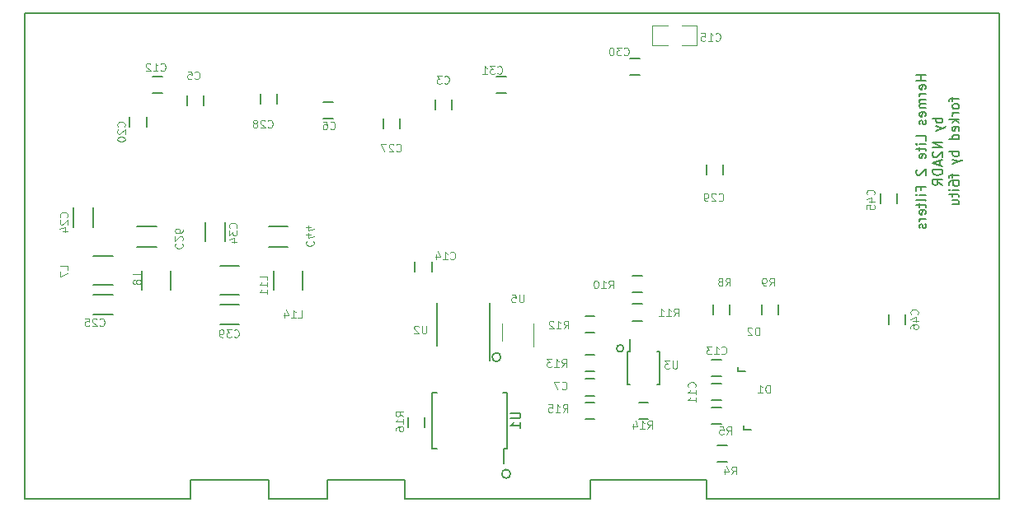
<source format=gbr>
G04 #@! TF.GenerationSoftware,KiCad,Pcbnew,(5.0.2)-1*
G04 #@! TF.CreationDate,2019-04-19T06:38:29+02:00*
G04 #@! TF.ProjectId,n2adr,6e326164-722e-46b6-9963-61645f706362,E5b8*
G04 #@! TF.SameCoordinates,PX3dfd240PY3473bc0*
G04 #@! TF.FileFunction,Legend,Bot*
G04 #@! TF.FilePolarity,Positive*
%FSLAX46Y46*%
G04 Gerber Fmt 4.6, Leading zero omitted, Abs format (unit mm)*
G04 Created by KiCad (PCBNEW (5.0.2)-1) date 19/04/2019 06:38:29*
%MOMM*%
%LPD*%
G01*
G04 APERTURE LIST*
%ADD10C,0.150000*%
%ADD11C,0.200000*%
%ADD12C,0.120000*%
%ADD13C,0.100000*%
G04 APERTURE END LIST*
D10*
X39000000Y-50000000D02*
X58000000Y-50000000D01*
X39000000Y-48000000D02*
X39000000Y-50000000D01*
X31000000Y-48000000D02*
X39000000Y-48000000D01*
X31000000Y-50000000D02*
X31000000Y-48000000D01*
X25000000Y-50000000D02*
X31000000Y-50000000D01*
X25000000Y-48000000D02*
X25000000Y-50000000D01*
X17000000Y-48000000D02*
X25000000Y-48000000D01*
X17000000Y-50000000D02*
X17000000Y-48000000D01*
X0Y-50000000D02*
X17000000Y-50000000D01*
X58000000Y-48000000D02*
X58000000Y-50000000D01*
X70000000Y-48000000D02*
X58000000Y-48000000D01*
X70000000Y-50000000D02*
X70000000Y-48000000D01*
X100000000Y-50000000D02*
X70000000Y-50000000D01*
D11*
X92502380Y-6392857D02*
X91502380Y-6392857D01*
X91978571Y-6392857D02*
X91978571Y-6964285D01*
X92502380Y-6964285D02*
X91502380Y-6964285D01*
X92454761Y-7821428D02*
X92502380Y-7726190D01*
X92502380Y-7535714D01*
X92454761Y-7440476D01*
X92359523Y-7392857D01*
X91978571Y-7392857D01*
X91883333Y-7440476D01*
X91835714Y-7535714D01*
X91835714Y-7726190D01*
X91883333Y-7821428D01*
X91978571Y-7869047D01*
X92073809Y-7869047D01*
X92169047Y-7392857D01*
X92502380Y-8297619D02*
X91835714Y-8297619D01*
X92026190Y-8297619D02*
X91930952Y-8345238D01*
X91883333Y-8392857D01*
X91835714Y-8488095D01*
X91835714Y-8583333D01*
X92502380Y-8916666D02*
X91835714Y-8916666D01*
X91930952Y-8916666D02*
X91883333Y-8964285D01*
X91835714Y-9059523D01*
X91835714Y-9202380D01*
X91883333Y-9297619D01*
X91978571Y-9345238D01*
X92502380Y-9345238D01*
X91978571Y-9345238D02*
X91883333Y-9392857D01*
X91835714Y-9488095D01*
X91835714Y-9630952D01*
X91883333Y-9726190D01*
X91978571Y-9773809D01*
X92502380Y-9773809D01*
X92454761Y-10630952D02*
X92502380Y-10535714D01*
X92502380Y-10345238D01*
X92454761Y-10250000D01*
X92359523Y-10202380D01*
X91978571Y-10202380D01*
X91883333Y-10250000D01*
X91835714Y-10345238D01*
X91835714Y-10535714D01*
X91883333Y-10630952D01*
X91978571Y-10678571D01*
X92073809Y-10678571D01*
X92169047Y-10202380D01*
X92454761Y-11059523D02*
X92502380Y-11154761D01*
X92502380Y-11345238D01*
X92454761Y-11440476D01*
X92359523Y-11488095D01*
X92311904Y-11488095D01*
X92216666Y-11440476D01*
X92169047Y-11345238D01*
X92169047Y-11202380D01*
X92121428Y-11107142D01*
X92026190Y-11059523D01*
X91978571Y-11059523D01*
X91883333Y-11107142D01*
X91835714Y-11202380D01*
X91835714Y-11345238D01*
X91883333Y-11440476D01*
X92502380Y-13154761D02*
X92502380Y-12678571D01*
X91502380Y-12678571D01*
X92502380Y-13488095D02*
X91835714Y-13488095D01*
X91502380Y-13488095D02*
X91550000Y-13440476D01*
X91597619Y-13488095D01*
X91550000Y-13535714D01*
X91502380Y-13488095D01*
X91597619Y-13488095D01*
X91835714Y-13821428D02*
X91835714Y-14202380D01*
X91502380Y-13964285D02*
X92359523Y-13964285D01*
X92454761Y-14011904D01*
X92502380Y-14107142D01*
X92502380Y-14202380D01*
X92454761Y-14916666D02*
X92502380Y-14821428D01*
X92502380Y-14630952D01*
X92454761Y-14535714D01*
X92359523Y-14488095D01*
X91978571Y-14488095D01*
X91883333Y-14535714D01*
X91835714Y-14630952D01*
X91835714Y-14821428D01*
X91883333Y-14916666D01*
X91978571Y-14964285D01*
X92073809Y-14964285D01*
X92169047Y-14488095D01*
X91597619Y-16107142D02*
X91550000Y-16154761D01*
X91502380Y-16250000D01*
X91502380Y-16488095D01*
X91550000Y-16583333D01*
X91597619Y-16630952D01*
X91692857Y-16678571D01*
X91788095Y-16678571D01*
X91930952Y-16630952D01*
X92502380Y-16059523D01*
X92502380Y-16678571D01*
X91978571Y-18202380D02*
X91978571Y-17869047D01*
X92502380Y-17869047D02*
X91502380Y-17869047D01*
X91502380Y-18345238D01*
X92502380Y-18726190D02*
X91835714Y-18726190D01*
X91502380Y-18726190D02*
X91550000Y-18678571D01*
X91597619Y-18726190D01*
X91550000Y-18773809D01*
X91502380Y-18726190D01*
X91597619Y-18726190D01*
X92502380Y-19345238D02*
X92454761Y-19250000D01*
X92359523Y-19202380D01*
X91502380Y-19202380D01*
X91835714Y-19583333D02*
X91835714Y-19964285D01*
X91502380Y-19726190D02*
X92359523Y-19726190D01*
X92454761Y-19773809D01*
X92502380Y-19869047D01*
X92502380Y-19964285D01*
X92454761Y-20678571D02*
X92502380Y-20583333D01*
X92502380Y-20392857D01*
X92454761Y-20297619D01*
X92359523Y-20250000D01*
X91978571Y-20250000D01*
X91883333Y-20297619D01*
X91835714Y-20392857D01*
X91835714Y-20583333D01*
X91883333Y-20678571D01*
X91978571Y-20726190D01*
X92073809Y-20726190D01*
X92169047Y-20250000D01*
X92502380Y-21154761D02*
X91835714Y-21154761D01*
X92026190Y-21154761D02*
X91930952Y-21202380D01*
X91883333Y-21250000D01*
X91835714Y-21345238D01*
X91835714Y-21440476D01*
X92454761Y-21726190D02*
X92502380Y-21821428D01*
X92502380Y-22011904D01*
X92454761Y-22107142D01*
X92359523Y-22154761D01*
X92311904Y-22154761D01*
X92216666Y-22107142D01*
X92169047Y-22011904D01*
X92169047Y-21869047D01*
X92121428Y-21773809D01*
X92026190Y-21726190D01*
X91978571Y-21726190D01*
X91883333Y-21773809D01*
X91835714Y-21869047D01*
X91835714Y-22011904D01*
X91883333Y-22107142D01*
X94202380Y-10845238D02*
X93202380Y-10845238D01*
X93583333Y-10845238D02*
X93535714Y-10940476D01*
X93535714Y-11130952D01*
X93583333Y-11226190D01*
X93630952Y-11273809D01*
X93726190Y-11321428D01*
X94011904Y-11321428D01*
X94107142Y-11273809D01*
X94154761Y-11226190D01*
X94202380Y-11130952D01*
X94202380Y-10940476D01*
X94154761Y-10845238D01*
X93535714Y-11654761D02*
X94202380Y-11892857D01*
X93535714Y-12130952D02*
X94202380Y-11892857D01*
X94440476Y-11797619D01*
X94488095Y-11750000D01*
X94535714Y-11654761D01*
X94202380Y-13273809D02*
X93202380Y-13273809D01*
X94202380Y-13845238D01*
X93202380Y-13845238D01*
X93297619Y-14273809D02*
X93250000Y-14321428D01*
X93202380Y-14416666D01*
X93202380Y-14654761D01*
X93250000Y-14750000D01*
X93297619Y-14797619D01*
X93392857Y-14845238D01*
X93488095Y-14845238D01*
X93630952Y-14797619D01*
X94202380Y-14226190D01*
X94202380Y-14845238D01*
X93916666Y-15226190D02*
X93916666Y-15702380D01*
X94202380Y-15130952D02*
X93202380Y-15464285D01*
X94202380Y-15797619D01*
X94202380Y-16130952D02*
X93202380Y-16130952D01*
X93202380Y-16369047D01*
X93250000Y-16511904D01*
X93345238Y-16607142D01*
X93440476Y-16654761D01*
X93630952Y-16702380D01*
X93773809Y-16702380D01*
X93964285Y-16654761D01*
X94059523Y-16607142D01*
X94154761Y-16511904D01*
X94202380Y-16369047D01*
X94202380Y-16130952D01*
X94202380Y-17702380D02*
X93726190Y-17369047D01*
X94202380Y-17130952D02*
X93202380Y-17130952D01*
X93202380Y-17511904D01*
X93250000Y-17607142D01*
X93297619Y-17654761D01*
X93392857Y-17702380D01*
X93535714Y-17702380D01*
X93630952Y-17654761D01*
X93678571Y-17607142D01*
X93726190Y-17511904D01*
X93726190Y-17130952D01*
X95235714Y-8678571D02*
X95235714Y-9059523D01*
X95902380Y-8821428D02*
X95045238Y-8821428D01*
X94950000Y-8869047D01*
X94902380Y-8964285D01*
X94902380Y-9059523D01*
X95902380Y-9535714D02*
X95854761Y-9440476D01*
X95807142Y-9392857D01*
X95711904Y-9345238D01*
X95426190Y-9345238D01*
X95330952Y-9392857D01*
X95283333Y-9440476D01*
X95235714Y-9535714D01*
X95235714Y-9678571D01*
X95283333Y-9773809D01*
X95330952Y-9821428D01*
X95426190Y-9869047D01*
X95711904Y-9869047D01*
X95807142Y-9821428D01*
X95854761Y-9773809D01*
X95902380Y-9678571D01*
X95902380Y-9535714D01*
X95902380Y-10297619D02*
X95235714Y-10297619D01*
X95426190Y-10297619D02*
X95330952Y-10345238D01*
X95283333Y-10392857D01*
X95235714Y-10488095D01*
X95235714Y-10583333D01*
X95902380Y-10916666D02*
X94902380Y-10916666D01*
X95521428Y-11011904D02*
X95902380Y-11297619D01*
X95235714Y-11297619D02*
X95616666Y-10916666D01*
X95854761Y-12107142D02*
X95902380Y-12011904D01*
X95902380Y-11821428D01*
X95854761Y-11726190D01*
X95759523Y-11678571D01*
X95378571Y-11678571D01*
X95283333Y-11726190D01*
X95235714Y-11821428D01*
X95235714Y-12011904D01*
X95283333Y-12107142D01*
X95378571Y-12154761D01*
X95473809Y-12154761D01*
X95569047Y-11678571D01*
X95902380Y-13011904D02*
X94902380Y-13011904D01*
X95854761Y-13011904D02*
X95902380Y-12916666D01*
X95902380Y-12726190D01*
X95854761Y-12630952D01*
X95807142Y-12583333D01*
X95711904Y-12535714D01*
X95426190Y-12535714D01*
X95330952Y-12583333D01*
X95283333Y-12630952D01*
X95235714Y-12726190D01*
X95235714Y-12916666D01*
X95283333Y-13011904D01*
X95902380Y-14250000D02*
X94902380Y-14250000D01*
X95283333Y-14250000D02*
X95235714Y-14345238D01*
X95235714Y-14535714D01*
X95283333Y-14630952D01*
X95330952Y-14678571D01*
X95426190Y-14726190D01*
X95711904Y-14726190D01*
X95807142Y-14678571D01*
X95854761Y-14630952D01*
X95902380Y-14535714D01*
X95902380Y-14345238D01*
X95854761Y-14250000D01*
X95235714Y-15059523D02*
X95902380Y-15297619D01*
X95235714Y-15535714D02*
X95902380Y-15297619D01*
X96140476Y-15202380D01*
X96188095Y-15154761D01*
X96235714Y-15059523D01*
X95235714Y-16535714D02*
X95235714Y-16916666D01*
X95902380Y-16678571D02*
X95045238Y-16678571D01*
X94950000Y-16726190D01*
X94902380Y-16821428D01*
X94902380Y-16916666D01*
X94902380Y-17678571D02*
X94902380Y-17488095D01*
X94950000Y-17392857D01*
X94997619Y-17345238D01*
X95140476Y-17250000D01*
X95330952Y-17202380D01*
X95711904Y-17202380D01*
X95807142Y-17250000D01*
X95854761Y-17297619D01*
X95902380Y-17392857D01*
X95902380Y-17583333D01*
X95854761Y-17678571D01*
X95807142Y-17726190D01*
X95711904Y-17773809D01*
X95473809Y-17773809D01*
X95378571Y-17726190D01*
X95330952Y-17678571D01*
X95283333Y-17583333D01*
X95283333Y-17392857D01*
X95330952Y-17297619D01*
X95378571Y-17250000D01*
X95473809Y-17202380D01*
X95902380Y-18202380D02*
X95235714Y-18202380D01*
X94902380Y-18202380D02*
X94950000Y-18154761D01*
X94997619Y-18202380D01*
X94950000Y-18250000D01*
X94902380Y-18202380D01*
X94997619Y-18202380D01*
X95235714Y-18535714D02*
X95235714Y-18916666D01*
X94902380Y-18678571D02*
X95759523Y-18678571D01*
X95854761Y-18726190D01*
X95902380Y-18821428D01*
X95902380Y-18916666D01*
X95235714Y-19678571D02*
X95902380Y-19678571D01*
X95235714Y-19250000D02*
X95759523Y-19250000D01*
X95854761Y-19297619D01*
X95902380Y-19392857D01*
X95902380Y-19535714D01*
X95854761Y-19630952D01*
X95807142Y-19678571D01*
X48847214Y-35400000D02*
G75*
G03X48847214Y-35400000I-447214J0D01*
G01*
X49847214Y-47400000D02*
G75*
G03X49847214Y-47400000I-447214J0D01*
G01*
X61460555Y-34500000D02*
G75*
G03X61460555Y-34500000I-360555J0D01*
G01*
D10*
X0Y-50000000D02*
X0Y0D01*
X100000000Y0D02*
X100000000Y-50000000D01*
X0Y0D02*
X100000000Y0D01*
G04 #@! TO.C,U2*
X42275000Y-34200000D02*
X42275000Y-29800000D01*
X47725000Y-35775000D02*
X47725000Y-29800000D01*
G04 #@! TO.C,C44*
X27000000Y-24025000D02*
X25000000Y-24025000D01*
X25000000Y-21975000D02*
X27000000Y-21975000D01*
G04 #@! TO.C,C3*
X42150000Y-9900000D02*
X42150000Y-8900000D01*
X43850000Y-8900000D02*
X43850000Y-9900000D01*
G04 #@! TO.C,C5*
X16650000Y-9500000D02*
X16650000Y-8500000D01*
X18350000Y-8500000D02*
X18350000Y-9500000D01*
G04 #@! TO.C,C6*
X30600000Y-9150000D02*
X31600000Y-9150000D01*
X31600000Y-10850000D02*
X30600000Y-10850000D01*
G04 #@! TO.C,C11*
X70500000Y-38150000D02*
X71500000Y-38150000D01*
X71500000Y-39850000D02*
X70500000Y-39850000D01*
G04 #@! TO.C,C13*
X70500000Y-35650000D02*
X71500000Y-35650000D01*
X71500000Y-37350000D02*
X70500000Y-37350000D01*
G04 #@! TO.C,C14*
X40050000Y-26600000D02*
X40050000Y-25600000D01*
X41750000Y-25600000D02*
X41750000Y-26600000D01*
G04 #@! TO.C,R5*
X71500000Y-42250000D02*
X70500000Y-42250000D01*
X70500000Y-40550000D02*
X71500000Y-40550000D01*
G04 #@! TO.C,R8*
X70650000Y-31000000D02*
X70650000Y-30000000D01*
X72350000Y-30000000D02*
X72350000Y-31000000D01*
G04 #@! TO.C,C24*
X4975000Y-22000000D02*
X4975000Y-20000000D01*
X7025000Y-20000000D02*
X7025000Y-22000000D01*
G04 #@! TO.C,C25*
X9000000Y-31025000D02*
X7000000Y-31025000D01*
X7000000Y-28975000D02*
X9000000Y-28975000D01*
G04 #@! TO.C,C26*
X13500000Y-24025000D02*
X11500000Y-24025000D01*
X11500000Y-21975000D02*
X13500000Y-21975000D01*
G04 #@! TO.C,L7*
X9000000Y-27975000D02*
X7000000Y-27975000D01*
X7000000Y-25025000D02*
X9000000Y-25025000D01*
G04 #@! TO.C,L8*
X14975000Y-26500000D02*
X14975000Y-28500000D01*
X12025000Y-28500000D02*
X12025000Y-26500000D01*
G04 #@! TO.C,C27*
X38450000Y-10900000D02*
X38450000Y-11900000D01*
X36750000Y-11900000D02*
X36750000Y-10900000D01*
G04 #@! TO.C,C28*
X25850000Y-8300000D02*
X25850000Y-9300000D01*
X24150000Y-9300000D02*
X24150000Y-8300000D01*
G04 #@! TO.C,C29*
X71650000Y-15600000D02*
X71650000Y-16600000D01*
X69950000Y-16600000D02*
X69950000Y-15600000D01*
G04 #@! TO.C,C30*
X62100000Y-4650000D02*
X63100000Y-4650000D01*
X63100000Y-6350000D02*
X62100000Y-6350000D01*
G04 #@! TO.C,C31*
X48400000Y-6550000D02*
X49400000Y-6550000D01*
X49400000Y-8250000D02*
X48400000Y-8250000D01*
G04 #@! TO.C,C34*
X18475000Y-23500000D02*
X18475000Y-21500000D01*
X20525000Y-21500000D02*
X20525000Y-23500000D01*
G04 #@! TO.C,C39*
X22000000Y-32025000D02*
X20000000Y-32025000D01*
X20000000Y-29975000D02*
X22000000Y-29975000D01*
G04 #@! TO.C,L11*
X22000000Y-28975000D02*
X20000000Y-28975000D01*
X20000000Y-26025000D02*
X22000000Y-26025000D01*
G04 #@! TO.C,L14*
X28475000Y-26500000D02*
X28475000Y-28500000D01*
X25525000Y-28500000D02*
X25525000Y-26500000D01*
G04 #@! TO.C,C20*
X12450000Y-10700000D02*
X12450000Y-11700000D01*
X10750000Y-11700000D02*
X10750000Y-10700000D01*
G04 #@! TO.C,D1*
X74530280Y-42841500D02*
X73821620Y-42841500D01*
X73821620Y-42841500D02*
X73821620Y-42440180D01*
G04 #@! TO.C,D2*
X73930280Y-36841500D02*
X73221620Y-36841500D01*
X73221620Y-36841500D02*
X73221620Y-36440180D01*
G04 #@! TO.C,R4*
X72100000Y-46150000D02*
X71100000Y-46150000D01*
X71100000Y-44450000D02*
X72100000Y-44450000D01*
G04 #@! TO.C,R9*
X77350000Y-30000000D02*
X77350000Y-31000000D01*
X75650000Y-31000000D02*
X75650000Y-30000000D01*
G04 #@! TO.C,R10*
X63400000Y-28750000D02*
X62400000Y-28750000D01*
X62400000Y-27050000D02*
X63400000Y-27050000D01*
G04 #@! TO.C,R11*
X62400000Y-29950000D02*
X63400000Y-29950000D01*
X63400000Y-31650000D02*
X62400000Y-31650000D01*
G04 #@! TO.C,R12*
X57500000Y-31150000D02*
X58500000Y-31150000D01*
X58500000Y-32850000D02*
X57500000Y-32850000D01*
G04 #@! TO.C,R13*
X58500000Y-36850000D02*
X57500000Y-36850000D01*
X57500000Y-35150000D02*
X58500000Y-35150000D01*
G04 #@! TO.C,R14*
X63000000Y-40050000D02*
X64000000Y-40050000D01*
X64000000Y-41750000D02*
X63000000Y-41750000D01*
G04 #@! TO.C,R15*
X57500000Y-40050000D02*
X58500000Y-40050000D01*
X58500000Y-41750000D02*
X57500000Y-41750000D01*
G04 #@! TO.C,U3*
X61825000Y-34825000D02*
X62075000Y-34825000D01*
X61825000Y-38175000D02*
X62075000Y-38175000D01*
X65175000Y-38175000D02*
X64925000Y-38175000D01*
X65175000Y-34825000D02*
X64925000Y-34825000D01*
X61825000Y-34825000D02*
X61825000Y-38175000D01*
X65175000Y-34825000D02*
X65175000Y-38175000D01*
X62075000Y-34825000D02*
X62075000Y-33575000D01*
G04 #@! TO.C,C45*
X87850000Y-19600000D02*
X87850000Y-18600000D01*
X89550000Y-18600000D02*
X89550000Y-19600000D01*
G04 #@! TO.C,C46*
X90350000Y-31000000D02*
X90350000Y-32000000D01*
X88650000Y-32000000D02*
X88650000Y-31000000D01*
G04 #@! TO.C,C7*
X58500000Y-39350000D02*
X57500000Y-39350000D01*
X57500000Y-37650000D02*
X58500000Y-37650000D01*
D12*
G04 #@! TO.C,U5*
X48990000Y-33700000D02*
X48990000Y-31900000D01*
X52210000Y-31900000D02*
X52210000Y-34350000D01*
D10*
G04 #@! TO.C,C12*
X13100000Y-6550000D02*
X14100000Y-6550000D01*
X14100000Y-8250000D02*
X13100000Y-8250000D01*
D13*
G04 #@! TO.C,C15*
X66000000Y-3300000D02*
X64400000Y-3300000D01*
X64400000Y-3300000D02*
X64400000Y-1300000D01*
X64400000Y-1300000D02*
X66000000Y-1300000D01*
X67400000Y-1300000D02*
X69000000Y-1300000D01*
X69000000Y-1300000D02*
X69000000Y-3300000D01*
X69000000Y-3300000D02*
X67400000Y-3300000D01*
D10*
G04 #@! TO.C,R16*
X41050000Y-41600000D02*
X41050000Y-42600000D01*
X39350000Y-42600000D02*
X39350000Y-41600000D01*
G04 #@! TO.C,U1*
X49475000Y-44775000D02*
X49125000Y-44775000D01*
X49475000Y-39025000D02*
X49025000Y-39025000D01*
X41825000Y-39025000D02*
X42275000Y-39025000D01*
X41825000Y-44775000D02*
X42275000Y-44775000D01*
X49475000Y-44775000D02*
X49475000Y-39025000D01*
X41825000Y-44775000D02*
X41825000Y-39025000D01*
X49125000Y-44775000D02*
X49125000Y-46375000D01*
G04 #@! TD*
G04 #@! TO.C,U2*
D13*
X41209523Y-32161904D02*
X41209523Y-32809523D01*
X41171428Y-32885714D01*
X41133333Y-32923809D01*
X41057142Y-32961904D01*
X40904761Y-32961904D01*
X40828571Y-32923809D01*
X40790476Y-32885714D01*
X40752380Y-32809523D01*
X40752380Y-32161904D01*
X40409523Y-32238095D02*
X40371428Y-32200000D01*
X40295238Y-32161904D01*
X40104761Y-32161904D01*
X40028571Y-32200000D01*
X39990476Y-32238095D01*
X39952380Y-32314285D01*
X39952380Y-32390476D01*
X39990476Y-32504761D01*
X40447619Y-32961904D01*
X39952380Y-32961904D01*
G04 #@! TO.C,C44*
X28914285Y-23464285D02*
X28876190Y-23502380D01*
X28838095Y-23616666D01*
X28838095Y-23692857D01*
X28876190Y-23807142D01*
X28952380Y-23883333D01*
X29028571Y-23921428D01*
X29180952Y-23959523D01*
X29295238Y-23959523D01*
X29447619Y-23921428D01*
X29523809Y-23883333D01*
X29600000Y-23807142D01*
X29638095Y-23692857D01*
X29638095Y-23616666D01*
X29600000Y-23502380D01*
X29561904Y-23464285D01*
X29371428Y-22778571D02*
X28838095Y-22778571D01*
X29676190Y-22969047D02*
X29104761Y-23159523D01*
X29104761Y-22664285D01*
X29371428Y-22016666D02*
X28838095Y-22016666D01*
X29676190Y-22207142D02*
X29104761Y-22397619D01*
X29104761Y-21902380D01*
G04 #@! TO.C,C3*
X43033333Y-7185714D02*
X43071428Y-7223809D01*
X43185714Y-7261904D01*
X43261904Y-7261904D01*
X43376190Y-7223809D01*
X43452380Y-7147619D01*
X43490476Y-7071428D01*
X43528571Y-6919047D01*
X43528571Y-6804761D01*
X43490476Y-6652380D01*
X43452380Y-6576190D01*
X43376190Y-6500000D01*
X43261904Y-6461904D01*
X43185714Y-6461904D01*
X43071428Y-6500000D01*
X43033333Y-6538095D01*
X42766666Y-6461904D02*
X42271428Y-6461904D01*
X42538095Y-6766666D01*
X42423809Y-6766666D01*
X42347619Y-6804761D01*
X42309523Y-6842857D01*
X42271428Y-6919047D01*
X42271428Y-7109523D01*
X42309523Y-7185714D01*
X42347619Y-7223809D01*
X42423809Y-7261904D01*
X42652380Y-7261904D01*
X42728571Y-7223809D01*
X42766666Y-7185714D01*
G04 #@! TO.C,C5*
X17433333Y-6735714D02*
X17471428Y-6773809D01*
X17585714Y-6811904D01*
X17661904Y-6811904D01*
X17776190Y-6773809D01*
X17852380Y-6697619D01*
X17890476Y-6621428D01*
X17928571Y-6469047D01*
X17928571Y-6354761D01*
X17890476Y-6202380D01*
X17852380Y-6126190D01*
X17776190Y-6050000D01*
X17661904Y-6011904D01*
X17585714Y-6011904D01*
X17471428Y-6050000D01*
X17433333Y-6088095D01*
X16709523Y-6011904D02*
X17090476Y-6011904D01*
X17128571Y-6392857D01*
X17090476Y-6354761D01*
X17014285Y-6316666D01*
X16823809Y-6316666D01*
X16747619Y-6354761D01*
X16709523Y-6392857D01*
X16671428Y-6469047D01*
X16671428Y-6659523D01*
X16709523Y-6735714D01*
X16747619Y-6773809D01*
X16823809Y-6811904D01*
X17014285Y-6811904D01*
X17090476Y-6773809D01*
X17128571Y-6735714D01*
G04 #@! TO.C,C6*
X31333333Y-11885714D02*
X31371428Y-11923809D01*
X31485714Y-11961904D01*
X31561904Y-11961904D01*
X31676190Y-11923809D01*
X31752380Y-11847619D01*
X31790476Y-11771428D01*
X31828571Y-11619047D01*
X31828571Y-11504761D01*
X31790476Y-11352380D01*
X31752380Y-11276190D01*
X31676190Y-11200000D01*
X31561904Y-11161904D01*
X31485714Y-11161904D01*
X31371428Y-11200000D01*
X31333333Y-11238095D01*
X30647619Y-11161904D02*
X30800000Y-11161904D01*
X30876190Y-11200000D01*
X30914285Y-11238095D01*
X30990476Y-11352380D01*
X31028571Y-11504761D01*
X31028571Y-11809523D01*
X30990476Y-11885714D01*
X30952380Y-11923809D01*
X30876190Y-11961904D01*
X30723809Y-11961904D01*
X30647619Y-11923809D01*
X30609523Y-11885714D01*
X30571428Y-11809523D01*
X30571428Y-11619047D01*
X30609523Y-11542857D01*
X30647619Y-11504761D01*
X30723809Y-11466666D01*
X30876190Y-11466666D01*
X30952380Y-11504761D01*
X30990476Y-11542857D01*
X31028571Y-11619047D01*
G04 #@! TO.C,C11*
X68785714Y-38485714D02*
X68823809Y-38447619D01*
X68861904Y-38333333D01*
X68861904Y-38257142D01*
X68823809Y-38142857D01*
X68747619Y-38066666D01*
X68671428Y-38028571D01*
X68519047Y-37990476D01*
X68404761Y-37990476D01*
X68252380Y-38028571D01*
X68176190Y-38066666D01*
X68100000Y-38142857D01*
X68061904Y-38257142D01*
X68061904Y-38333333D01*
X68100000Y-38447619D01*
X68138095Y-38485714D01*
X68861904Y-39247619D02*
X68861904Y-38790476D01*
X68861904Y-39019047D02*
X68061904Y-39019047D01*
X68176190Y-38942857D01*
X68252380Y-38866666D01*
X68290476Y-38790476D01*
X68861904Y-40009523D02*
X68861904Y-39552380D01*
X68861904Y-39780952D02*
X68061904Y-39780952D01*
X68176190Y-39704761D01*
X68252380Y-39628571D01*
X68290476Y-39552380D01*
G04 #@! TO.C,C13*
X71514285Y-35035714D02*
X71552380Y-35073809D01*
X71666666Y-35111904D01*
X71742857Y-35111904D01*
X71857142Y-35073809D01*
X71933333Y-34997619D01*
X71971428Y-34921428D01*
X72009523Y-34769047D01*
X72009523Y-34654761D01*
X71971428Y-34502380D01*
X71933333Y-34426190D01*
X71857142Y-34350000D01*
X71742857Y-34311904D01*
X71666666Y-34311904D01*
X71552380Y-34350000D01*
X71514285Y-34388095D01*
X70752380Y-35111904D02*
X71209523Y-35111904D01*
X70980952Y-35111904D02*
X70980952Y-34311904D01*
X71057142Y-34426190D01*
X71133333Y-34502380D01*
X71209523Y-34540476D01*
X70485714Y-34311904D02*
X69990476Y-34311904D01*
X70257142Y-34616666D01*
X70142857Y-34616666D01*
X70066666Y-34654761D01*
X70028571Y-34692857D01*
X69990476Y-34769047D01*
X69990476Y-34959523D01*
X70028571Y-35035714D01*
X70066666Y-35073809D01*
X70142857Y-35111904D01*
X70371428Y-35111904D01*
X70447619Y-35073809D01*
X70485714Y-35035714D01*
G04 #@! TO.C,C14*
X43664285Y-25285714D02*
X43702380Y-25323809D01*
X43816666Y-25361904D01*
X43892857Y-25361904D01*
X44007142Y-25323809D01*
X44083333Y-25247619D01*
X44121428Y-25171428D01*
X44159523Y-25019047D01*
X44159523Y-24904761D01*
X44121428Y-24752380D01*
X44083333Y-24676190D01*
X44007142Y-24600000D01*
X43892857Y-24561904D01*
X43816666Y-24561904D01*
X43702380Y-24600000D01*
X43664285Y-24638095D01*
X42902380Y-25361904D02*
X43359523Y-25361904D01*
X43130952Y-25361904D02*
X43130952Y-24561904D01*
X43207142Y-24676190D01*
X43283333Y-24752380D01*
X43359523Y-24790476D01*
X42216666Y-24828571D02*
X42216666Y-25361904D01*
X42407142Y-24523809D02*
X42597619Y-25095238D01*
X42102380Y-25095238D01*
G04 #@! TO.C,R5*
X72033333Y-43361904D02*
X72300000Y-42980952D01*
X72490476Y-43361904D02*
X72490476Y-42561904D01*
X72185714Y-42561904D01*
X72109523Y-42600000D01*
X72071428Y-42638095D01*
X72033333Y-42714285D01*
X72033333Y-42828571D01*
X72071428Y-42904761D01*
X72109523Y-42942857D01*
X72185714Y-42980952D01*
X72490476Y-42980952D01*
X71309523Y-42561904D02*
X71690476Y-42561904D01*
X71728571Y-42942857D01*
X71690476Y-42904761D01*
X71614285Y-42866666D01*
X71423809Y-42866666D01*
X71347619Y-42904761D01*
X71309523Y-42942857D01*
X71271428Y-43019047D01*
X71271428Y-43209523D01*
X71309523Y-43285714D01*
X71347619Y-43323809D01*
X71423809Y-43361904D01*
X71614285Y-43361904D01*
X71690476Y-43323809D01*
X71728571Y-43285714D01*
G04 #@! TO.C,R8*
X71933333Y-28061904D02*
X72200000Y-27680952D01*
X72390476Y-28061904D02*
X72390476Y-27261904D01*
X72085714Y-27261904D01*
X72009523Y-27300000D01*
X71971428Y-27338095D01*
X71933333Y-27414285D01*
X71933333Y-27528571D01*
X71971428Y-27604761D01*
X72009523Y-27642857D01*
X72085714Y-27680952D01*
X72390476Y-27680952D01*
X71476190Y-27604761D02*
X71552380Y-27566666D01*
X71590476Y-27528571D01*
X71628571Y-27452380D01*
X71628571Y-27414285D01*
X71590476Y-27338095D01*
X71552380Y-27300000D01*
X71476190Y-27261904D01*
X71323809Y-27261904D01*
X71247619Y-27300000D01*
X71209523Y-27338095D01*
X71171428Y-27414285D01*
X71171428Y-27452380D01*
X71209523Y-27528571D01*
X71247619Y-27566666D01*
X71323809Y-27604761D01*
X71476190Y-27604761D01*
X71552380Y-27642857D01*
X71590476Y-27680952D01*
X71628571Y-27757142D01*
X71628571Y-27909523D01*
X71590476Y-27985714D01*
X71552380Y-28023809D01*
X71476190Y-28061904D01*
X71323809Y-28061904D01*
X71247619Y-28023809D01*
X71209523Y-27985714D01*
X71171428Y-27909523D01*
X71171428Y-27757142D01*
X71209523Y-27680952D01*
X71247619Y-27642857D01*
X71323809Y-27604761D01*
G04 #@! TO.C,C24*
X4285714Y-20985714D02*
X4323809Y-20947619D01*
X4361904Y-20833333D01*
X4361904Y-20757142D01*
X4323809Y-20642857D01*
X4247619Y-20566666D01*
X4171428Y-20528571D01*
X4019047Y-20490476D01*
X3904761Y-20490476D01*
X3752380Y-20528571D01*
X3676190Y-20566666D01*
X3600000Y-20642857D01*
X3561904Y-20757142D01*
X3561904Y-20833333D01*
X3600000Y-20947619D01*
X3638095Y-20985714D01*
X3638095Y-21290476D02*
X3600000Y-21328571D01*
X3561904Y-21404761D01*
X3561904Y-21595238D01*
X3600000Y-21671428D01*
X3638095Y-21709523D01*
X3714285Y-21747619D01*
X3790476Y-21747619D01*
X3904761Y-21709523D01*
X4361904Y-21252380D01*
X4361904Y-21747619D01*
X3828571Y-22433333D02*
X4361904Y-22433333D01*
X3523809Y-22242857D02*
X4095238Y-22052380D01*
X4095238Y-22547619D01*
G04 #@! TO.C,C25*
X7664285Y-32135714D02*
X7702380Y-32173809D01*
X7816666Y-32211904D01*
X7892857Y-32211904D01*
X8007142Y-32173809D01*
X8083333Y-32097619D01*
X8121428Y-32021428D01*
X8159523Y-31869047D01*
X8159523Y-31754761D01*
X8121428Y-31602380D01*
X8083333Y-31526190D01*
X8007142Y-31450000D01*
X7892857Y-31411904D01*
X7816666Y-31411904D01*
X7702380Y-31450000D01*
X7664285Y-31488095D01*
X7359523Y-31488095D02*
X7321428Y-31450000D01*
X7245238Y-31411904D01*
X7054761Y-31411904D01*
X6978571Y-31450000D01*
X6940476Y-31488095D01*
X6902380Y-31564285D01*
X6902380Y-31640476D01*
X6940476Y-31754761D01*
X7397619Y-32211904D01*
X6902380Y-32211904D01*
X6178571Y-31411904D02*
X6559523Y-31411904D01*
X6597619Y-31792857D01*
X6559523Y-31754761D01*
X6483333Y-31716666D01*
X6292857Y-31716666D01*
X6216666Y-31754761D01*
X6178571Y-31792857D01*
X6140476Y-31869047D01*
X6140476Y-32059523D01*
X6178571Y-32135714D01*
X6216666Y-32173809D01*
X6292857Y-32211904D01*
X6483333Y-32211904D01*
X6559523Y-32173809D01*
X6597619Y-32135714D01*
G04 #@! TO.C,C26*
X15464285Y-23714285D02*
X15426190Y-23752380D01*
X15388095Y-23866666D01*
X15388095Y-23942857D01*
X15426190Y-24057142D01*
X15502380Y-24133333D01*
X15578571Y-24171428D01*
X15730952Y-24209523D01*
X15845238Y-24209523D01*
X15997619Y-24171428D01*
X16073809Y-24133333D01*
X16150000Y-24057142D01*
X16188095Y-23942857D01*
X16188095Y-23866666D01*
X16150000Y-23752380D01*
X16111904Y-23714285D01*
X16111904Y-23409523D02*
X16150000Y-23371428D01*
X16188095Y-23295238D01*
X16188095Y-23104761D01*
X16150000Y-23028571D01*
X16111904Y-22990476D01*
X16035714Y-22952380D01*
X15959523Y-22952380D01*
X15845238Y-22990476D01*
X15388095Y-23447619D01*
X15388095Y-22952380D01*
X16188095Y-22266666D02*
X16188095Y-22419047D01*
X16150000Y-22495238D01*
X16111904Y-22533333D01*
X15997619Y-22609523D01*
X15845238Y-22647619D01*
X15540476Y-22647619D01*
X15464285Y-22609523D01*
X15426190Y-22571428D01*
X15388095Y-22495238D01*
X15388095Y-22342857D01*
X15426190Y-22266666D01*
X15464285Y-22228571D01*
X15540476Y-22190476D01*
X15730952Y-22190476D01*
X15807142Y-22228571D01*
X15845238Y-22266666D01*
X15883333Y-22342857D01*
X15883333Y-22495238D01*
X15845238Y-22571428D01*
X15807142Y-22609523D01*
X15730952Y-22647619D01*
G04 #@! TO.C,L7*
X4361904Y-26416666D02*
X4361904Y-26035714D01*
X3561904Y-26035714D01*
X3561904Y-26607142D02*
X3561904Y-27140476D01*
X4361904Y-26797619D01*
G04 #@! TO.C,L8*
X11861904Y-27216666D02*
X11861904Y-26835714D01*
X11061904Y-26835714D01*
X11404761Y-27597619D02*
X11366666Y-27521428D01*
X11328571Y-27483333D01*
X11252380Y-27445238D01*
X11214285Y-27445238D01*
X11138095Y-27483333D01*
X11100000Y-27521428D01*
X11061904Y-27597619D01*
X11061904Y-27750000D01*
X11100000Y-27826190D01*
X11138095Y-27864285D01*
X11214285Y-27902380D01*
X11252380Y-27902380D01*
X11328571Y-27864285D01*
X11366666Y-27826190D01*
X11404761Y-27750000D01*
X11404761Y-27597619D01*
X11442857Y-27521428D01*
X11480952Y-27483333D01*
X11557142Y-27445238D01*
X11709523Y-27445238D01*
X11785714Y-27483333D01*
X11823809Y-27521428D01*
X11861904Y-27597619D01*
X11861904Y-27750000D01*
X11823809Y-27826190D01*
X11785714Y-27864285D01*
X11709523Y-27902380D01*
X11557142Y-27902380D01*
X11480952Y-27864285D01*
X11442857Y-27826190D01*
X11404761Y-27750000D01*
G04 #@! TO.C,C27*
X38114285Y-14185714D02*
X38152380Y-14223809D01*
X38266666Y-14261904D01*
X38342857Y-14261904D01*
X38457142Y-14223809D01*
X38533333Y-14147619D01*
X38571428Y-14071428D01*
X38609523Y-13919047D01*
X38609523Y-13804761D01*
X38571428Y-13652380D01*
X38533333Y-13576190D01*
X38457142Y-13500000D01*
X38342857Y-13461904D01*
X38266666Y-13461904D01*
X38152380Y-13500000D01*
X38114285Y-13538095D01*
X37809523Y-13538095D02*
X37771428Y-13500000D01*
X37695238Y-13461904D01*
X37504761Y-13461904D01*
X37428571Y-13500000D01*
X37390476Y-13538095D01*
X37352380Y-13614285D01*
X37352380Y-13690476D01*
X37390476Y-13804761D01*
X37847619Y-14261904D01*
X37352380Y-14261904D01*
X37085714Y-13461904D02*
X36552380Y-13461904D01*
X36895238Y-14261904D01*
G04 #@! TO.C,C28*
X24914285Y-11735714D02*
X24952380Y-11773809D01*
X25066666Y-11811904D01*
X25142857Y-11811904D01*
X25257142Y-11773809D01*
X25333333Y-11697619D01*
X25371428Y-11621428D01*
X25409523Y-11469047D01*
X25409523Y-11354761D01*
X25371428Y-11202380D01*
X25333333Y-11126190D01*
X25257142Y-11050000D01*
X25142857Y-11011904D01*
X25066666Y-11011904D01*
X24952380Y-11050000D01*
X24914285Y-11088095D01*
X24609523Y-11088095D02*
X24571428Y-11050000D01*
X24495238Y-11011904D01*
X24304761Y-11011904D01*
X24228571Y-11050000D01*
X24190476Y-11088095D01*
X24152380Y-11164285D01*
X24152380Y-11240476D01*
X24190476Y-11354761D01*
X24647619Y-11811904D01*
X24152380Y-11811904D01*
X23695238Y-11354761D02*
X23771428Y-11316666D01*
X23809523Y-11278571D01*
X23847619Y-11202380D01*
X23847619Y-11164285D01*
X23809523Y-11088095D01*
X23771428Y-11050000D01*
X23695238Y-11011904D01*
X23542857Y-11011904D01*
X23466666Y-11050000D01*
X23428571Y-11088095D01*
X23390476Y-11164285D01*
X23390476Y-11202380D01*
X23428571Y-11278571D01*
X23466666Y-11316666D01*
X23542857Y-11354761D01*
X23695238Y-11354761D01*
X23771428Y-11392857D01*
X23809523Y-11430952D01*
X23847619Y-11507142D01*
X23847619Y-11659523D01*
X23809523Y-11735714D01*
X23771428Y-11773809D01*
X23695238Y-11811904D01*
X23542857Y-11811904D01*
X23466666Y-11773809D01*
X23428571Y-11735714D01*
X23390476Y-11659523D01*
X23390476Y-11507142D01*
X23428571Y-11430952D01*
X23466666Y-11392857D01*
X23542857Y-11354761D01*
G04 #@! TO.C,C29*
X71214285Y-19285714D02*
X71252380Y-19323809D01*
X71366666Y-19361904D01*
X71442857Y-19361904D01*
X71557142Y-19323809D01*
X71633333Y-19247619D01*
X71671428Y-19171428D01*
X71709523Y-19019047D01*
X71709523Y-18904761D01*
X71671428Y-18752380D01*
X71633333Y-18676190D01*
X71557142Y-18600000D01*
X71442857Y-18561904D01*
X71366666Y-18561904D01*
X71252380Y-18600000D01*
X71214285Y-18638095D01*
X70909523Y-18638095D02*
X70871428Y-18600000D01*
X70795238Y-18561904D01*
X70604761Y-18561904D01*
X70528571Y-18600000D01*
X70490476Y-18638095D01*
X70452380Y-18714285D01*
X70452380Y-18790476D01*
X70490476Y-18904761D01*
X70947619Y-19361904D01*
X70452380Y-19361904D01*
X70071428Y-19361904D02*
X69919047Y-19361904D01*
X69842857Y-19323809D01*
X69804761Y-19285714D01*
X69728571Y-19171428D01*
X69690476Y-19019047D01*
X69690476Y-18714285D01*
X69728571Y-18638095D01*
X69766666Y-18600000D01*
X69842857Y-18561904D01*
X69995238Y-18561904D01*
X70071428Y-18600000D01*
X70109523Y-18638095D01*
X70147619Y-18714285D01*
X70147619Y-18904761D01*
X70109523Y-18980952D01*
X70071428Y-19019047D01*
X69995238Y-19057142D01*
X69842857Y-19057142D01*
X69766666Y-19019047D01*
X69728571Y-18980952D01*
X69690476Y-18904761D01*
G04 #@! TO.C,C30*
X61514285Y-4285714D02*
X61552380Y-4323809D01*
X61666666Y-4361904D01*
X61742857Y-4361904D01*
X61857142Y-4323809D01*
X61933333Y-4247619D01*
X61971428Y-4171428D01*
X62009523Y-4019047D01*
X62009523Y-3904761D01*
X61971428Y-3752380D01*
X61933333Y-3676190D01*
X61857142Y-3600000D01*
X61742857Y-3561904D01*
X61666666Y-3561904D01*
X61552380Y-3600000D01*
X61514285Y-3638095D01*
X61247619Y-3561904D02*
X60752380Y-3561904D01*
X61019047Y-3866666D01*
X60904761Y-3866666D01*
X60828571Y-3904761D01*
X60790476Y-3942857D01*
X60752380Y-4019047D01*
X60752380Y-4209523D01*
X60790476Y-4285714D01*
X60828571Y-4323809D01*
X60904761Y-4361904D01*
X61133333Y-4361904D01*
X61209523Y-4323809D01*
X61247619Y-4285714D01*
X60257142Y-3561904D02*
X60180952Y-3561904D01*
X60104761Y-3600000D01*
X60066666Y-3638095D01*
X60028571Y-3714285D01*
X59990476Y-3866666D01*
X59990476Y-4057142D01*
X60028571Y-4209523D01*
X60066666Y-4285714D01*
X60104761Y-4323809D01*
X60180952Y-4361904D01*
X60257142Y-4361904D01*
X60333333Y-4323809D01*
X60371428Y-4285714D01*
X60409523Y-4209523D01*
X60447619Y-4057142D01*
X60447619Y-3866666D01*
X60409523Y-3714285D01*
X60371428Y-3638095D01*
X60333333Y-3600000D01*
X60257142Y-3561904D01*
G04 #@! TO.C,C31*
X48514285Y-6185714D02*
X48552380Y-6223809D01*
X48666666Y-6261904D01*
X48742857Y-6261904D01*
X48857142Y-6223809D01*
X48933333Y-6147619D01*
X48971428Y-6071428D01*
X49009523Y-5919047D01*
X49009523Y-5804761D01*
X48971428Y-5652380D01*
X48933333Y-5576190D01*
X48857142Y-5500000D01*
X48742857Y-5461904D01*
X48666666Y-5461904D01*
X48552380Y-5500000D01*
X48514285Y-5538095D01*
X48247619Y-5461904D02*
X47752380Y-5461904D01*
X48019047Y-5766666D01*
X47904761Y-5766666D01*
X47828571Y-5804761D01*
X47790476Y-5842857D01*
X47752380Y-5919047D01*
X47752380Y-6109523D01*
X47790476Y-6185714D01*
X47828571Y-6223809D01*
X47904761Y-6261904D01*
X48133333Y-6261904D01*
X48209523Y-6223809D01*
X48247619Y-6185714D01*
X46990476Y-6261904D02*
X47447619Y-6261904D01*
X47219047Y-6261904D02*
X47219047Y-5461904D01*
X47295238Y-5576190D01*
X47371428Y-5652380D01*
X47447619Y-5690476D01*
G04 #@! TO.C,C34*
X21685714Y-22085714D02*
X21723809Y-22047619D01*
X21761904Y-21933333D01*
X21761904Y-21857142D01*
X21723809Y-21742857D01*
X21647619Y-21666666D01*
X21571428Y-21628571D01*
X21419047Y-21590476D01*
X21304761Y-21590476D01*
X21152380Y-21628571D01*
X21076190Y-21666666D01*
X21000000Y-21742857D01*
X20961904Y-21857142D01*
X20961904Y-21933333D01*
X21000000Y-22047619D01*
X21038095Y-22085714D01*
X20961904Y-22352380D02*
X20961904Y-22847619D01*
X21266666Y-22580952D01*
X21266666Y-22695238D01*
X21304761Y-22771428D01*
X21342857Y-22809523D01*
X21419047Y-22847619D01*
X21609523Y-22847619D01*
X21685714Y-22809523D01*
X21723809Y-22771428D01*
X21761904Y-22695238D01*
X21761904Y-22466666D01*
X21723809Y-22390476D01*
X21685714Y-22352380D01*
X21228571Y-23533333D02*
X21761904Y-23533333D01*
X20923809Y-23342857D02*
X21495238Y-23152380D01*
X21495238Y-23647619D01*
G04 #@! TO.C,C39*
X21464285Y-33285714D02*
X21502380Y-33323809D01*
X21616666Y-33361904D01*
X21692857Y-33361904D01*
X21807142Y-33323809D01*
X21883333Y-33247619D01*
X21921428Y-33171428D01*
X21959523Y-33019047D01*
X21959523Y-32904761D01*
X21921428Y-32752380D01*
X21883333Y-32676190D01*
X21807142Y-32600000D01*
X21692857Y-32561904D01*
X21616666Y-32561904D01*
X21502380Y-32600000D01*
X21464285Y-32638095D01*
X21197619Y-32561904D02*
X20702380Y-32561904D01*
X20969047Y-32866666D01*
X20854761Y-32866666D01*
X20778571Y-32904761D01*
X20740476Y-32942857D01*
X20702380Y-33019047D01*
X20702380Y-33209523D01*
X20740476Y-33285714D01*
X20778571Y-33323809D01*
X20854761Y-33361904D01*
X21083333Y-33361904D01*
X21159523Y-33323809D01*
X21197619Y-33285714D01*
X20321428Y-33361904D02*
X20169047Y-33361904D01*
X20092857Y-33323809D01*
X20054761Y-33285714D01*
X19978571Y-33171428D01*
X19940476Y-33019047D01*
X19940476Y-32714285D01*
X19978571Y-32638095D01*
X20016666Y-32600000D01*
X20092857Y-32561904D01*
X20245238Y-32561904D01*
X20321428Y-32600000D01*
X20359523Y-32638095D01*
X20397619Y-32714285D01*
X20397619Y-32904761D01*
X20359523Y-32980952D01*
X20321428Y-33019047D01*
X20245238Y-33057142D01*
X20092857Y-33057142D01*
X20016666Y-33019047D01*
X19978571Y-32980952D01*
X19940476Y-32904761D01*
G04 #@! TO.C,L11*
X24861904Y-27485714D02*
X24861904Y-27104761D01*
X24061904Y-27104761D01*
X24861904Y-28171428D02*
X24861904Y-27714285D01*
X24861904Y-27942857D02*
X24061904Y-27942857D01*
X24176190Y-27866666D01*
X24252380Y-27790476D01*
X24290476Y-27714285D01*
X24861904Y-28933333D02*
X24861904Y-28476190D01*
X24861904Y-28704761D02*
X24061904Y-28704761D01*
X24176190Y-28628571D01*
X24252380Y-28552380D01*
X24290476Y-28476190D01*
G04 #@! TO.C,L14*
X28014285Y-31361904D02*
X28395238Y-31361904D01*
X28395238Y-30561904D01*
X27328571Y-31361904D02*
X27785714Y-31361904D01*
X27557142Y-31361904D02*
X27557142Y-30561904D01*
X27633333Y-30676190D01*
X27709523Y-30752380D01*
X27785714Y-30790476D01*
X26642857Y-30828571D02*
X26642857Y-31361904D01*
X26833333Y-30523809D02*
X27023809Y-31095238D01*
X26528571Y-31095238D01*
G04 #@! TO.C,C20*
X10185714Y-11685714D02*
X10223809Y-11647619D01*
X10261904Y-11533333D01*
X10261904Y-11457142D01*
X10223809Y-11342857D01*
X10147619Y-11266666D01*
X10071428Y-11228571D01*
X9919047Y-11190476D01*
X9804761Y-11190476D01*
X9652380Y-11228571D01*
X9576190Y-11266666D01*
X9500000Y-11342857D01*
X9461904Y-11457142D01*
X9461904Y-11533333D01*
X9500000Y-11647619D01*
X9538095Y-11685714D01*
X9538095Y-11990476D02*
X9500000Y-12028571D01*
X9461904Y-12104761D01*
X9461904Y-12295238D01*
X9500000Y-12371428D01*
X9538095Y-12409523D01*
X9614285Y-12447619D01*
X9690476Y-12447619D01*
X9804761Y-12409523D01*
X10261904Y-11952380D01*
X10261904Y-12447619D01*
X9461904Y-12942857D02*
X9461904Y-13019047D01*
X9500000Y-13095238D01*
X9538095Y-13133333D01*
X9614285Y-13171428D01*
X9766666Y-13209523D01*
X9957142Y-13209523D01*
X10109523Y-13171428D01*
X10185714Y-13133333D01*
X10223809Y-13095238D01*
X10261904Y-13019047D01*
X10261904Y-12942857D01*
X10223809Y-12866666D01*
X10185714Y-12828571D01*
X10109523Y-12790476D01*
X9957142Y-12752380D01*
X9766666Y-12752380D01*
X9614285Y-12790476D01*
X9538095Y-12828571D01*
X9500000Y-12866666D01*
X9461904Y-12942857D01*
G04 #@! TO.C,D1*
X76490476Y-39061904D02*
X76490476Y-38261904D01*
X76300000Y-38261904D01*
X76185714Y-38300000D01*
X76109523Y-38376190D01*
X76071428Y-38452380D01*
X76033333Y-38604761D01*
X76033333Y-38719047D01*
X76071428Y-38871428D01*
X76109523Y-38947619D01*
X76185714Y-39023809D01*
X76300000Y-39061904D01*
X76490476Y-39061904D01*
X75271428Y-39061904D02*
X75728571Y-39061904D01*
X75500000Y-39061904D02*
X75500000Y-38261904D01*
X75576190Y-38376190D01*
X75652380Y-38452380D01*
X75728571Y-38490476D01*
G04 #@! TO.C,D2*
X75390476Y-33161904D02*
X75390476Y-32361904D01*
X75200000Y-32361904D01*
X75085714Y-32400000D01*
X75009523Y-32476190D01*
X74971428Y-32552380D01*
X74933333Y-32704761D01*
X74933333Y-32819047D01*
X74971428Y-32971428D01*
X75009523Y-33047619D01*
X75085714Y-33123809D01*
X75200000Y-33161904D01*
X75390476Y-33161904D01*
X74628571Y-32438095D02*
X74590476Y-32400000D01*
X74514285Y-32361904D01*
X74323809Y-32361904D01*
X74247619Y-32400000D01*
X74209523Y-32438095D01*
X74171428Y-32514285D01*
X74171428Y-32590476D01*
X74209523Y-32704761D01*
X74666666Y-33161904D01*
X74171428Y-33161904D01*
G04 #@! TO.C,R4*
X72533333Y-47461904D02*
X72800000Y-47080952D01*
X72990476Y-47461904D02*
X72990476Y-46661904D01*
X72685714Y-46661904D01*
X72609523Y-46700000D01*
X72571428Y-46738095D01*
X72533333Y-46814285D01*
X72533333Y-46928571D01*
X72571428Y-47004761D01*
X72609523Y-47042857D01*
X72685714Y-47080952D01*
X72990476Y-47080952D01*
X71847619Y-46928571D02*
X71847619Y-47461904D01*
X72038095Y-46623809D02*
X72228571Y-47195238D01*
X71733333Y-47195238D01*
G04 #@! TO.C,R9*
X76433333Y-28061904D02*
X76700000Y-27680952D01*
X76890476Y-28061904D02*
X76890476Y-27261904D01*
X76585714Y-27261904D01*
X76509523Y-27300000D01*
X76471428Y-27338095D01*
X76433333Y-27414285D01*
X76433333Y-27528571D01*
X76471428Y-27604761D01*
X76509523Y-27642857D01*
X76585714Y-27680952D01*
X76890476Y-27680952D01*
X76052380Y-28061904D02*
X75900000Y-28061904D01*
X75823809Y-28023809D01*
X75785714Y-27985714D01*
X75709523Y-27871428D01*
X75671428Y-27719047D01*
X75671428Y-27414285D01*
X75709523Y-27338095D01*
X75747619Y-27300000D01*
X75823809Y-27261904D01*
X75976190Y-27261904D01*
X76052380Y-27300000D01*
X76090476Y-27338095D01*
X76128571Y-27414285D01*
X76128571Y-27604761D01*
X76090476Y-27680952D01*
X76052380Y-27719047D01*
X75976190Y-27757142D01*
X75823809Y-27757142D01*
X75747619Y-27719047D01*
X75709523Y-27680952D01*
X75671428Y-27604761D01*
G04 #@! TO.C,R10*
X59914285Y-28311904D02*
X60180952Y-27930952D01*
X60371428Y-28311904D02*
X60371428Y-27511904D01*
X60066666Y-27511904D01*
X59990476Y-27550000D01*
X59952380Y-27588095D01*
X59914285Y-27664285D01*
X59914285Y-27778571D01*
X59952380Y-27854761D01*
X59990476Y-27892857D01*
X60066666Y-27930952D01*
X60371428Y-27930952D01*
X59152380Y-28311904D02*
X59609523Y-28311904D01*
X59380952Y-28311904D02*
X59380952Y-27511904D01*
X59457142Y-27626190D01*
X59533333Y-27702380D01*
X59609523Y-27740476D01*
X58657142Y-27511904D02*
X58580952Y-27511904D01*
X58504761Y-27550000D01*
X58466666Y-27588095D01*
X58428571Y-27664285D01*
X58390476Y-27816666D01*
X58390476Y-28007142D01*
X58428571Y-28159523D01*
X58466666Y-28235714D01*
X58504761Y-28273809D01*
X58580952Y-28311904D01*
X58657142Y-28311904D01*
X58733333Y-28273809D01*
X58771428Y-28235714D01*
X58809523Y-28159523D01*
X58847619Y-28007142D01*
X58847619Y-27816666D01*
X58809523Y-27664285D01*
X58771428Y-27588095D01*
X58733333Y-27550000D01*
X58657142Y-27511904D01*
G04 #@! TO.C,R11*
X66614285Y-31211904D02*
X66880952Y-30830952D01*
X67071428Y-31211904D02*
X67071428Y-30411904D01*
X66766666Y-30411904D01*
X66690476Y-30450000D01*
X66652380Y-30488095D01*
X66614285Y-30564285D01*
X66614285Y-30678571D01*
X66652380Y-30754761D01*
X66690476Y-30792857D01*
X66766666Y-30830952D01*
X67071428Y-30830952D01*
X65852380Y-31211904D02*
X66309523Y-31211904D01*
X66080952Y-31211904D02*
X66080952Y-30411904D01*
X66157142Y-30526190D01*
X66233333Y-30602380D01*
X66309523Y-30640476D01*
X65090476Y-31211904D02*
X65547619Y-31211904D01*
X65319047Y-31211904D02*
X65319047Y-30411904D01*
X65395238Y-30526190D01*
X65471428Y-30602380D01*
X65547619Y-30640476D01*
G04 #@! TO.C,R12*
X55314285Y-32461904D02*
X55580952Y-32080952D01*
X55771428Y-32461904D02*
X55771428Y-31661904D01*
X55466666Y-31661904D01*
X55390476Y-31700000D01*
X55352380Y-31738095D01*
X55314285Y-31814285D01*
X55314285Y-31928571D01*
X55352380Y-32004761D01*
X55390476Y-32042857D01*
X55466666Y-32080952D01*
X55771428Y-32080952D01*
X54552380Y-32461904D02*
X55009523Y-32461904D01*
X54780952Y-32461904D02*
X54780952Y-31661904D01*
X54857142Y-31776190D01*
X54933333Y-31852380D01*
X55009523Y-31890476D01*
X54247619Y-31738095D02*
X54209523Y-31700000D01*
X54133333Y-31661904D01*
X53942857Y-31661904D01*
X53866666Y-31700000D01*
X53828571Y-31738095D01*
X53790476Y-31814285D01*
X53790476Y-31890476D01*
X53828571Y-32004761D01*
X54285714Y-32461904D01*
X53790476Y-32461904D01*
G04 #@! TO.C,R13*
X55114285Y-36411904D02*
X55380952Y-36030952D01*
X55571428Y-36411904D02*
X55571428Y-35611904D01*
X55266666Y-35611904D01*
X55190476Y-35650000D01*
X55152380Y-35688095D01*
X55114285Y-35764285D01*
X55114285Y-35878571D01*
X55152380Y-35954761D01*
X55190476Y-35992857D01*
X55266666Y-36030952D01*
X55571428Y-36030952D01*
X54352380Y-36411904D02*
X54809523Y-36411904D01*
X54580952Y-36411904D02*
X54580952Y-35611904D01*
X54657142Y-35726190D01*
X54733333Y-35802380D01*
X54809523Y-35840476D01*
X54085714Y-35611904D02*
X53590476Y-35611904D01*
X53857142Y-35916666D01*
X53742857Y-35916666D01*
X53666666Y-35954761D01*
X53628571Y-35992857D01*
X53590476Y-36069047D01*
X53590476Y-36259523D01*
X53628571Y-36335714D01*
X53666666Y-36373809D01*
X53742857Y-36411904D01*
X53971428Y-36411904D01*
X54047619Y-36373809D01*
X54085714Y-36335714D01*
G04 #@! TO.C,R14*
X63914285Y-42761904D02*
X64180952Y-42380952D01*
X64371428Y-42761904D02*
X64371428Y-41961904D01*
X64066666Y-41961904D01*
X63990476Y-42000000D01*
X63952380Y-42038095D01*
X63914285Y-42114285D01*
X63914285Y-42228571D01*
X63952380Y-42304761D01*
X63990476Y-42342857D01*
X64066666Y-42380952D01*
X64371428Y-42380952D01*
X63152380Y-42761904D02*
X63609523Y-42761904D01*
X63380952Y-42761904D02*
X63380952Y-41961904D01*
X63457142Y-42076190D01*
X63533333Y-42152380D01*
X63609523Y-42190476D01*
X62466666Y-42228571D02*
X62466666Y-42761904D01*
X62657142Y-41923809D02*
X62847619Y-42495238D01*
X62352380Y-42495238D01*
G04 #@! TO.C,R15*
X55214285Y-41061904D02*
X55480952Y-40680952D01*
X55671428Y-41061904D02*
X55671428Y-40261904D01*
X55366666Y-40261904D01*
X55290476Y-40300000D01*
X55252380Y-40338095D01*
X55214285Y-40414285D01*
X55214285Y-40528571D01*
X55252380Y-40604761D01*
X55290476Y-40642857D01*
X55366666Y-40680952D01*
X55671428Y-40680952D01*
X54452380Y-41061904D02*
X54909523Y-41061904D01*
X54680952Y-41061904D02*
X54680952Y-40261904D01*
X54757142Y-40376190D01*
X54833333Y-40452380D01*
X54909523Y-40490476D01*
X53728571Y-40261904D02*
X54109523Y-40261904D01*
X54147619Y-40642857D01*
X54109523Y-40604761D01*
X54033333Y-40566666D01*
X53842857Y-40566666D01*
X53766666Y-40604761D01*
X53728571Y-40642857D01*
X53690476Y-40719047D01*
X53690476Y-40909523D01*
X53728571Y-40985714D01*
X53766666Y-41023809D01*
X53842857Y-41061904D01*
X54033333Y-41061904D01*
X54109523Y-41023809D01*
X54147619Y-40985714D01*
G04 #@! TO.C,U3*
X66959523Y-35761904D02*
X66959523Y-36409523D01*
X66921428Y-36485714D01*
X66883333Y-36523809D01*
X66807142Y-36561904D01*
X66654761Y-36561904D01*
X66578571Y-36523809D01*
X66540476Y-36485714D01*
X66502380Y-36409523D01*
X66502380Y-35761904D01*
X66197619Y-35761904D02*
X65702380Y-35761904D01*
X65969047Y-36066666D01*
X65854761Y-36066666D01*
X65778571Y-36104761D01*
X65740476Y-36142857D01*
X65702380Y-36219047D01*
X65702380Y-36409523D01*
X65740476Y-36485714D01*
X65778571Y-36523809D01*
X65854761Y-36561904D01*
X66083333Y-36561904D01*
X66159523Y-36523809D01*
X66197619Y-36485714D01*
G04 #@! TO.C,C45*
X87135714Y-18685714D02*
X87173809Y-18647619D01*
X87211904Y-18533333D01*
X87211904Y-18457142D01*
X87173809Y-18342857D01*
X87097619Y-18266666D01*
X87021428Y-18228571D01*
X86869047Y-18190476D01*
X86754761Y-18190476D01*
X86602380Y-18228571D01*
X86526190Y-18266666D01*
X86450000Y-18342857D01*
X86411904Y-18457142D01*
X86411904Y-18533333D01*
X86450000Y-18647619D01*
X86488095Y-18685714D01*
X86678571Y-19371428D02*
X87211904Y-19371428D01*
X86373809Y-19180952D02*
X86945238Y-18990476D01*
X86945238Y-19485714D01*
X86411904Y-20171428D02*
X86411904Y-19790476D01*
X86792857Y-19752380D01*
X86754761Y-19790476D01*
X86716666Y-19866666D01*
X86716666Y-20057142D01*
X86754761Y-20133333D01*
X86792857Y-20171428D01*
X86869047Y-20209523D01*
X87059523Y-20209523D01*
X87135714Y-20171428D01*
X87173809Y-20133333D01*
X87211904Y-20057142D01*
X87211904Y-19866666D01*
X87173809Y-19790476D01*
X87135714Y-19752380D01*
G04 #@! TO.C,C46*
X91635714Y-30985714D02*
X91673809Y-30947619D01*
X91711904Y-30833333D01*
X91711904Y-30757142D01*
X91673809Y-30642857D01*
X91597619Y-30566666D01*
X91521428Y-30528571D01*
X91369047Y-30490476D01*
X91254761Y-30490476D01*
X91102380Y-30528571D01*
X91026190Y-30566666D01*
X90950000Y-30642857D01*
X90911904Y-30757142D01*
X90911904Y-30833333D01*
X90950000Y-30947619D01*
X90988095Y-30985714D01*
X91178571Y-31671428D02*
X91711904Y-31671428D01*
X90873809Y-31480952D02*
X91445238Y-31290476D01*
X91445238Y-31785714D01*
X90911904Y-32433333D02*
X90911904Y-32280952D01*
X90950000Y-32204761D01*
X90988095Y-32166666D01*
X91102380Y-32090476D01*
X91254761Y-32052380D01*
X91559523Y-32052380D01*
X91635714Y-32090476D01*
X91673809Y-32128571D01*
X91711904Y-32204761D01*
X91711904Y-32357142D01*
X91673809Y-32433333D01*
X91635714Y-32471428D01*
X91559523Y-32509523D01*
X91369047Y-32509523D01*
X91292857Y-32471428D01*
X91254761Y-32433333D01*
X91216666Y-32357142D01*
X91216666Y-32204761D01*
X91254761Y-32128571D01*
X91292857Y-32090476D01*
X91369047Y-32052380D01*
G04 #@! TO.C,C7*
X55133333Y-38635714D02*
X55171428Y-38673809D01*
X55285714Y-38711904D01*
X55361904Y-38711904D01*
X55476190Y-38673809D01*
X55552380Y-38597619D01*
X55590476Y-38521428D01*
X55628571Y-38369047D01*
X55628571Y-38254761D01*
X55590476Y-38102380D01*
X55552380Y-38026190D01*
X55476190Y-37950000D01*
X55361904Y-37911904D01*
X55285714Y-37911904D01*
X55171428Y-37950000D01*
X55133333Y-37988095D01*
X54866666Y-37911904D02*
X54333333Y-37911904D01*
X54676190Y-38711904D01*
G04 #@! TO.C,U5*
X51209523Y-28961904D02*
X51209523Y-29609523D01*
X51171428Y-29685714D01*
X51133333Y-29723809D01*
X51057142Y-29761904D01*
X50904761Y-29761904D01*
X50828571Y-29723809D01*
X50790476Y-29685714D01*
X50752380Y-29609523D01*
X50752380Y-28961904D01*
X49990476Y-28961904D02*
X50371428Y-28961904D01*
X50409523Y-29342857D01*
X50371428Y-29304761D01*
X50295238Y-29266666D01*
X50104761Y-29266666D01*
X50028571Y-29304761D01*
X49990476Y-29342857D01*
X49952380Y-29419047D01*
X49952380Y-29609523D01*
X49990476Y-29685714D01*
X50028571Y-29723809D01*
X50104761Y-29761904D01*
X50295238Y-29761904D01*
X50371428Y-29723809D01*
X50409523Y-29685714D01*
G04 #@! TO.C,C12*
X13914285Y-5885714D02*
X13952380Y-5923809D01*
X14066666Y-5961904D01*
X14142857Y-5961904D01*
X14257142Y-5923809D01*
X14333333Y-5847619D01*
X14371428Y-5771428D01*
X14409523Y-5619047D01*
X14409523Y-5504761D01*
X14371428Y-5352380D01*
X14333333Y-5276190D01*
X14257142Y-5200000D01*
X14142857Y-5161904D01*
X14066666Y-5161904D01*
X13952380Y-5200000D01*
X13914285Y-5238095D01*
X13152380Y-5961904D02*
X13609523Y-5961904D01*
X13380952Y-5961904D02*
X13380952Y-5161904D01*
X13457142Y-5276190D01*
X13533333Y-5352380D01*
X13609523Y-5390476D01*
X12847619Y-5238095D02*
X12809523Y-5200000D01*
X12733333Y-5161904D01*
X12542857Y-5161904D01*
X12466666Y-5200000D01*
X12428571Y-5238095D01*
X12390476Y-5314285D01*
X12390476Y-5390476D01*
X12428571Y-5504761D01*
X12885714Y-5961904D01*
X12390476Y-5961904D01*
G04 #@! TO.C,C15*
X70914285Y-2785714D02*
X70952380Y-2823809D01*
X71066666Y-2861904D01*
X71142857Y-2861904D01*
X71257142Y-2823809D01*
X71333333Y-2747619D01*
X71371428Y-2671428D01*
X71409523Y-2519047D01*
X71409523Y-2404761D01*
X71371428Y-2252380D01*
X71333333Y-2176190D01*
X71257142Y-2100000D01*
X71142857Y-2061904D01*
X71066666Y-2061904D01*
X70952380Y-2100000D01*
X70914285Y-2138095D01*
X70152380Y-2861904D02*
X70609523Y-2861904D01*
X70380952Y-2861904D02*
X70380952Y-2061904D01*
X70457142Y-2176190D01*
X70533333Y-2252380D01*
X70609523Y-2290476D01*
X69428571Y-2061904D02*
X69809523Y-2061904D01*
X69847619Y-2442857D01*
X69809523Y-2404761D01*
X69733333Y-2366666D01*
X69542857Y-2366666D01*
X69466666Y-2404761D01*
X69428571Y-2442857D01*
X69390476Y-2519047D01*
X69390476Y-2709523D01*
X69428571Y-2785714D01*
X69466666Y-2823809D01*
X69542857Y-2861904D01*
X69733333Y-2861904D01*
X69809523Y-2823809D01*
X69847619Y-2785714D01*
G04 #@! TO.C,R16*
X38861904Y-41485714D02*
X38480952Y-41219047D01*
X38861904Y-41028571D02*
X38061904Y-41028571D01*
X38061904Y-41333333D01*
X38100000Y-41409523D01*
X38138095Y-41447619D01*
X38214285Y-41485714D01*
X38328571Y-41485714D01*
X38404761Y-41447619D01*
X38442857Y-41409523D01*
X38480952Y-41333333D01*
X38480952Y-41028571D01*
X38861904Y-42247619D02*
X38861904Y-41790476D01*
X38861904Y-42019047D02*
X38061904Y-42019047D01*
X38176190Y-41942857D01*
X38252380Y-41866666D01*
X38290476Y-41790476D01*
X38061904Y-42933333D02*
X38061904Y-42780952D01*
X38100000Y-42704761D01*
X38138095Y-42666666D01*
X38252380Y-42590476D01*
X38404761Y-42552380D01*
X38709523Y-42552380D01*
X38785714Y-42590476D01*
X38823809Y-42628571D01*
X38861904Y-42704761D01*
X38861904Y-42857142D01*
X38823809Y-42933333D01*
X38785714Y-42971428D01*
X38709523Y-43009523D01*
X38519047Y-43009523D01*
X38442857Y-42971428D01*
X38404761Y-42933333D01*
X38366666Y-42857142D01*
X38366666Y-42704761D01*
X38404761Y-42628571D01*
X38442857Y-42590476D01*
X38519047Y-42552380D01*
G04 #@! TO.C,U1*
D10*
X49852380Y-41138095D02*
X50661904Y-41138095D01*
X50757142Y-41185714D01*
X50804761Y-41233333D01*
X50852380Y-41328571D01*
X50852380Y-41519047D01*
X50804761Y-41614285D01*
X50757142Y-41661904D01*
X50661904Y-41709523D01*
X49852380Y-41709523D01*
X50852380Y-42709523D02*
X50852380Y-42138095D01*
X50852380Y-42423809D02*
X49852380Y-42423809D01*
X49995238Y-42328571D01*
X50090476Y-42233333D01*
X50138095Y-42138095D01*
G04 #@! TD*
M02*

</source>
